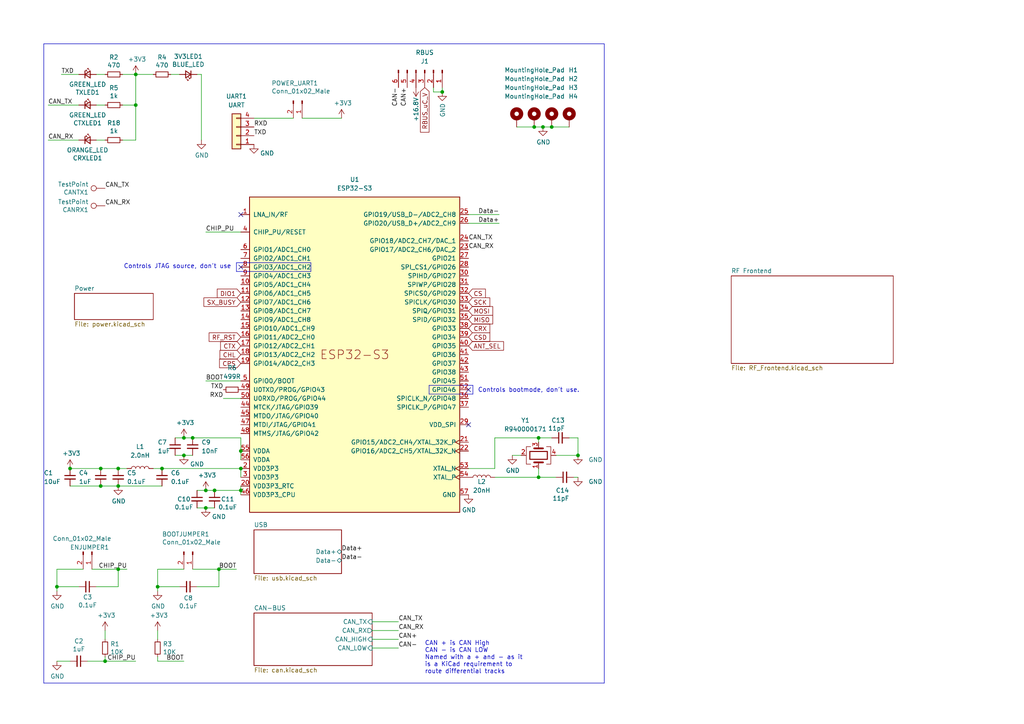
<source format=kicad_sch>
(kicad_sch (version 20231120) (generator "eeschema") (generator_version "8.0")
  (paper "A4")
  (lib_symbols
    (symbol "Connector:Conn_01x02_Male" (pin_names (offset 1.016) hide)
      (property "Reference" "J" (at 0 2.54 0))
      (property "Value" "Conn_01x02_Male" (at 0 -5.08 0))
      (symbol "Conn_01x02_Male_1_1"
        (polyline (pts (xy 1.27 -2.54) (xy 0.8636 -2.54)) (stroke (width 0.1524)))
        (polyline (pts (xy 1.27 0) (xy 0.8636 0)) (stroke (width 0.1524)))
        (rectangle (start 0.8636 -2.413) (end 0 -2.667) (stroke (width 0.1524)) (fill (type outline)))
        (rectangle (start 0.8636 0.127) (end 0 -0.127) (stroke (width 0.1524)) (fill (type outline)))
        (pin passive line (at 5.08 0 180) (length 3.81) (name "Pin_1") (number "1"))
        (pin passive line (at 5.08 -2.54 180) (length 3.81) (name "Pin_2") (number "2"))
      )
    )
    (symbol "Connector:Conn_01x06_Male" (pin_names (offset 1.016) hide)
      (property "Reference" "J" (at 0 7.62 0))
      (property "Value" "Conn_01x06_Male" (at 0 -10.16 0))
      (symbol "Conn_01x06_Male_1_1"
        (polyline (pts (xy 1.27 -7.62) (xy 0.8636 -7.62)) (stroke (width 0.1524)))
        (polyline (pts (xy 1.27 -5.08) (xy 0.8636 -5.08)) (stroke (width 0.1524)))
        (polyline (pts (xy 1.27 -2.54) (xy 0.8636 -2.54)) (stroke (width 0.1524)))
        (polyline (pts (xy 1.27 0) (xy 0.8636 0)) (stroke (width 0.1524)))
        (polyline (pts (xy 1.27 2.54) (xy 0.8636 2.54)) (stroke (width 0.1524)))
        (polyline (pts (xy 1.27 5.08) (xy 0.8636 5.08)) (stroke (width 0.1524)))
        (rectangle (start 0.8636 -7.493) (end 0 -7.747) (stroke (width 0.1524)) (fill (type outline)))
        (rectangle (start 0.8636 -4.953) (end 0 -5.207) (stroke (width 0.1524)) (fill (type outline)))
        (rectangle (start 0.8636 -2.413) (end 0 -2.667) (stroke (width 0.1524)) (fill (type outline)))
        (rectangle (start 0.8636 0.127) (end 0 -0.127) (stroke (width 0.1524)) (fill (type outline)))
        (rectangle (start 0.8636 2.667) (end 0 2.413) (stroke (width 0.1524)) (fill (type outline)))
        (rectangle (start 0.8636 5.207) (end 0 4.953) (stroke (width 0.1524)) (fill (type outline)))
        (pin passive line (at 5.08 5.08 180) (length 3.81) (name "Pin_1") (number "1"))
        (pin passive line (at 5.08 2.54 180) (length 3.81) (name "Pin_2") (number "2"))
        (pin passive line (at 5.08 0 180) (length 3.81) (name "Pin_3") (number "3"))
        (pin passive line (at 5.08 -2.54 180) (length 3.81) (name "Pin_4") (number "4"))
        (pin passive line (at 5.08 -5.08 180) (length 3.81) (name "Pin_5") (number "5"))
        (pin passive line (at 5.08 -7.62 180) (length 3.81) (name "Pin_6") (number "6"))
      )
    )
    (symbol "Connector:TestPoint" (pin_numbers hide) (pin_names (offset 0.762) hide)
      (property "Reference" "TP" (at 0 6.858 0))
      (property "Value" "TestPoint" (at 0 5.08 0))
      (symbol "TestPoint_0_1"
        (circle (center 0 3.302) (radius 0.762))
      )
      (symbol "TestPoint_1_1"
        (pin passive line (at 0 0 90) (length 2.54) (name "1") (number "1"))
      )
    )
    (symbol "Connector_Generic:Conn_01x04" (pin_names (offset 1.016) hide)
      (property "Reference" "J" (at 0 5.08 0))
      (property "Value" "Conn_01x04" (at 0 -7.62 0))
      (symbol "Conn_01x04_1_1"
        (rectangle (start -1.27 -4.953) (end 0 -5.207) (stroke (width 0.1524)))
        (rectangle (start -1.27 -2.413) (end 0 -2.667) (stroke (width 0.1524)))
        (rectangle (start -1.27 0.127) (end 0 -0.127) (stroke (width 0.1524)))
        (rectangle (start -1.27 2.667) (end 0 2.413) (stroke (width 0.1524)))
        (rectangle (start -1.27 3.81) (end 1.27 -6.35) (stroke (width 0.254)) (fill (type background)))
        (pin passive line (at -5.08 2.54 0) (length 3.81) (name "Pin_1") (number "1"))
        (pin passive line (at -5.08 0 0) (length 3.81) (name "Pin_2") (number "2"))
        (pin passive line (at -5.08 -2.54 0) (length 3.81) (name "Pin_3") (number "3"))
        (pin passive line (at -5.08 -5.08 0) (length 3.81) (name "Pin_4") (number "4"))
      )
    )
    (symbol "Device:C_Small" (pin_numbers hide) (pin_names (offset 0.254) hide)
      (property "Reference" "C" (at 0.254 1.778 0))
      (property "Value" "C_Small" (at 0.254 -2.032 0))
      (symbol "C_Small_0_1"
        (polyline (pts (xy -1.524 -0.508) (xy 1.524 -0.508)) (stroke (width 0.3302)))
        (polyline (pts (xy -1.524 0.508) (xy 1.524 0.508)) (stroke (width 0.3048)))
      )
      (symbol "C_Small_1_1"
        (pin passive line (at 0 2.54 270) (length 2.032) (name "~") (number "1"))
        (pin passive line (at 0 -2.54 90) (length 2.032) (name "~") (number "2"))
      )
    )
    (symbol "Device:Crystal_GND24" (pin_names (offset 1.016) hide)
      (property "Reference" "Y" (at 3.175 5.08 0))
      (property "Value" "Crystal_GND24" (at 3.175 3.175 0))
      (symbol "Crystal_GND24_0_1"
        (rectangle (start -1.143 2.54) (end 1.143 -2.54) (stroke (width 0.3048)))
        (polyline (pts (xy -2.54 0) (xy -2.032 0)))
        (polyline (pts (xy -2.032 -1.27) (xy -2.032 1.27)) (stroke (width 0.508)))
        (polyline (pts (xy 0 -3.81) (xy 0 -3.556)))
        (polyline (pts (xy 0 3.556) (xy 0 3.81)))
        (polyline (pts (xy 2.032 -1.27) (xy 2.032 1.27)) (stroke (width 0.508)))
        (polyline (pts (xy 2.032 0) (xy 2.54 0)))
        (polyline (pts (xy -2.54 -2.286) (xy -2.54 -3.556) (xy 2.54 -3.556) (xy 2.54 -2.286)))
        (polyline (pts (xy -2.54 2.286) (xy -2.54 3.556) (xy 2.54 3.556) (xy 2.54 2.286)))
      )
      (symbol "Crystal_GND24_1_1"
        (pin passive line (at -3.81 0 0) (length 1.27) (name "1") (number "1"))
        (pin passive line (at 0 5.08 270) (length 1.27) (name "2") (number "2"))
        (pin passive line (at 3.81 0 180) (length 1.27) (name "3") (number "3"))
        (pin passive line (at 0 -5.08 90) (length 1.27) (name "4") (number "4"))
      )
    )
    (symbol "Device:L" (pin_numbers hide) (pin_names (offset 1.016) hide)
      (property "Reference" "L" (at -1.27 0 90))
      (property "Value" "L" (at 1.905 0 90))
      (symbol "L_0_1"
        (arc (start 0 -2.54) (mid 0.6323 -1.905) (end 0 -1.27))
        (arc (start 0 -1.27) (mid 0.6323 -0.635) (end 0 0))
        (arc (start 0 0) (mid 0.6323 0.635) (end 0 1.27))
        (arc (start 0 1.27) (mid 0.6323 1.905) (end 0 2.54))
      )
      (symbol "L_1_1"
        (pin passive line (at 0 3.81 270) (length 1.27) (name "1") (number "1"))
        (pin passive line (at 0 -3.81 90) (length 1.27) (name "2") (number "2"))
      )
    )
    (symbol "Device:LED_Small" (pin_numbers hide) (pin_names (offset 0.254) hide)
      (property "Reference" "D" (at -1.27 3.175 0))
      (property "Value" "LED_Small" (at -4.445 -2.54 0))
      (symbol "LED_Small_0_1"
        (polyline (pts (xy -0.762 -1.016) (xy -0.762 1.016)) (stroke (width 0.254)))
        (polyline (pts (xy 1.016 0) (xy -0.762 0)))
        (polyline (pts (xy 0.762 -1.016) (xy -0.762 0) (xy 0.762 1.016) (xy 0.762 -1.016)) (stroke (width 0.254)))
        (polyline (pts (xy 0 0.762) (xy -0.508 1.27) (xy -0.254 1.27) (xy -0.508 1.27) (xy -0.508 1.016)))
        (polyline (pts (xy 0.508 1.27) (xy 0 1.778) (xy 0.254 1.778) (xy 0 1.778) (xy 0 1.524)))
      )
      (symbol "LED_Small_1_1"
        (pin passive line (at -2.54 0 0) (length 1.778) (name "K") (number "1"))
        (pin passive line (at 2.54 0 180) (length 1.778) (name "A") (number "2"))
      )
    )
    (symbol "Device:R_Small" (pin_numbers hide) (pin_names (offset 0.254) hide)
      (property "Reference" "R" (at 0.762 0.508 0))
      (property "Value" "R_Small" (at 0.762 -1.016 0))
      (symbol "R_Small_0_1"
        (rectangle (start -0.762 1.778) (end 0.762 -1.778) (stroke (width 0.2032)))
      )
      (symbol "R_Small_1_1"
        (pin passive line (at 0 2.54 270) (length 0.762) (name "~") (number "1"))
        (pin passive line (at 0 -2.54 90) (length 0.762) (name "~") (number "2"))
      )
    )
    (symbol "Espressif:ESP32-S3" (pin_names (offset 1.016))
      (property "Reference" "U" (at 0 48.26 0))
      (property "Value" "ESP32-S3" (at 0 -48.26 0))
      (symbol "ESP32-S3_0_0"
        (text "ESP32-S3" (at 0 0 0) (effects (font (size 2.54 2.54))))
        (pin bidirectional line (at 33.02 -12.7 180) (length 2.54) (name "SPICLK_N/GPIO48") (number "36"))
        (pin bidirectional line (at 33.02 -15.24 180) (length 2.54) (name "SPICLK_P/GPIO47") (number "37"))
      )
      (symbol "ESP32-S3_0_1"
        (rectangle (start -30.48 45.72) (end 30.48 -45.72) (stroke (width 0.254)) (fill (type background)))
      )
      (symbol "ESP32-S3_1_1"
        (pin bidirectional line (at -33.02 40.64 0) (length 2.54) (name "LNA_IN/RF") (number "1"))
        (pin bidirectional line (at -33.02 20.32 0) (length 2.54) (name "GPIO5/ADC1_CH4") (number "10"))
        (pin bidirectional line (at -33.02 17.78 0) (length 2.54) (name "GPIO6/ADC1_CH5") (number "11"))
        (pin bidirectional line (at -33.02 15.24 0) (length 2.54) (name "GPIO7/ADC1_CH6") (number "12"))
        (pin bidirectional line (at -33.02 12.7 0) (length 2.54) (name "GPIO8/ADC1_CH7") (number "13"))
        (pin bidirectional line (at -33.02 10.16 0) (length 2.54) (name "GPIO9/ADC1_CH8") (number "14"))
        (pin bidirectional line (at -33.02 7.62 0) (length 2.54) (name "GPIO10/ADC1_CH9") (number "15"))
        (pin bidirectional line (at -33.02 5.08 0) (length 2.54) (name "GPIO11/ADC2_CH0") (number "16"))
        (pin bidirectional line (at -33.02 2.54 0) (length 2.54) (name "GPIO12/ADC2_CH1") (number "17"))
        (pin bidirectional line (at -33.02 0 0) (length 2.54) (name "GPIO13/ADC2_CH2") (number "18"))
        (pin bidirectional line (at -33.02 -2.54 0) (length 2.54) (name "GPIO14/ADC2_CH3") (number "19"))
        (pin power_in line (at -33.02 -33.02 0) (length 2.54) (name "VDD3P3") (number "2"))
        (pin power_in line (at -33.02 -38.1 0) (length 2.54) (name "VDD3P3_RTC") (number "20"))
        (pin input clock (at 33.02 -25.4 180) (length 2.54) (name "GPIO15/ADC2_CH4/XTAL_32K_P") (number "21"))
        (pin output clock (at 33.02 -27.94 180) (length 2.54) (name "GPIO16/ADC2_CH5/XTAL_32K_N") (number "22"))
        (pin bidirectional line (at 33.02 30.48 180) (length 2.54) (name "GPIO17/ADC2_CH6/DAC_2") (number "23"))
        (pin bidirectional line (at 33.02 33.02 180) (length 2.54) (name "GPIO18/ADC2_CH7/DAC_1") (number "24"))
        (pin bidirectional line (at 33.02 40.64 180) (length 2.54) (name "GPIO19/USB_D-/ADC2_CH8") (number "25"))
        (pin bidirectional line (at 33.02 38.1 180) (length 2.54) (name "GPIO20/USB_D+/ADC2_CH9") (number "26"))
        (pin bidirectional line (at 33.02 27.94 180) (length 2.54) (name "GPIO21") (number "27"))
        (pin bidirectional line (at 33.02 25.4 180) (length 2.54) (name "SPI_CS1/GPIO26") (number "28"))
        (pin power_out line (at 33.02 -20.32 180) (length 2.54) (name "VDD_SPI") (number "29"))
        (pin power_in line (at -33.02 -35.56 0) (length 2.54) (name "VDD3P3") (number "3"))
        (pin bidirectional line (at 33.02 22.86 180) (length 2.54) (name "SPIHD/GPIO27") (number "30"))
        (pin bidirectional line (at 33.02 20.32 180) (length 2.54) (name "SPIWP/GPIO28") (number "31"))
        (pin bidirectional line (at 33.02 17.78 180) (length 2.54) (name "SPICS0/GPIO29") (number "32"))
        (pin bidirectional line (at 33.02 15.24 180) (length 2.54) (name "SPICLK/GPIO30") (number "33"))
        (pin bidirectional line (at 33.02 12.7 180) (length 2.54) (name "SPIQ/GPIO31") (number "34"))
        (pin bidirectional line (at 33.02 10.16 180) (length 2.54) (name "SPID/GPIO32") (number "35"))
        (pin bidirectional line (at 33.02 7.62 180) (length 2.54) (name "GPIO33") (number "38"))
        (pin bidirectional line (at 33.02 5.08 180) (length 2.54) (name "GPIO34") (number "39"))
        (pin input line (at -33.02 35.56 0) (length 2.54) (name "CHIP_PU/RESET") (number "4"))
        (pin bidirectional line (at 33.02 2.54 180) (length 2.54) (name "GPIO35") (number "40"))
        (pin bidirectional line (at 33.02 0 180) (length 2.54) (name "GPIO36") (number "41"))
        (pin bidirectional line (at 33.02 -2.54 180) (length 2.54) (name "GPIO37") (number "42"))
        (pin bidirectional line (at 33.02 -5.08 180) (length 2.54) (name "GPIO38") (number "43"))
        (pin bidirectional line (at -33.02 -15.24 0) (length 2.54) (name "MTCK/JTAG/GPIO39") (number "44"))
        (pin bidirectional line (at -33.02 -17.78 0) (length 2.54) (name "MTDO/JTAG/GPIO40") (number "45"))
        (pin power_in line (at -33.02 -40.64 0) (length 2.54) (name "VDD3P3_CPU") (number "46"))
        (pin bidirectional line (at -33.02 -20.32 0) (length 2.54) (name "MTDI/JTAG/GPIO41") (number "47"))
        (pin bidirectional line (at -33.02 -22.86 0) (length 2.54) (name "MTMS/JTAG/GPIO42") (number "48"))
        (pin bidirectional line (at -33.02 -10.16 0) (length 2.54) (name "U0TXD/PROG/GPIO43") (number "49"))
        (pin bidirectional line (at -33.02 -7.62 0) (length 2.54) (name "GPIO0/BOOT") (number "5"))
        (pin bidirectional line (at -33.02 -12.7 0) (length 2.54) (name "U0RXD/PROG/GPIO44") (number "50"))
        (pin bidirectional line (at 33.02 -7.62 180) (length 2.54) (name "GPIO45") (number "51"))
        (pin bidirectional line (at 33.02 -10.16 180) (length 2.54) (name "GPIO46") (number "52"))
        (pin input clock (at 33.02 -33.02 180) (length 2.54) (name "XTAL_N") (number "53"))
        (pin output clock (at 33.02 -35.56 180) (length 2.54) (name "XTAL_P") (number "54"))
        (pin power_in line (at -33.02 -27.94 0) (length 2.54) (name "VDDA") (number "55"))
        (pin power_in line (at -33.02 -30.48 0) (length 2.54) (name "VDDA") (number "56"))
        (pin power_in line (at 33.02 -40.64 180) (length 2.54) (name "GND") (number "57"))
        (pin bidirectional line (at -33.02 30.48 0) (length 2.54) (name "GPIO1/ADC1_CH0") (number "6"))
        (pin bidirectional line (at -33.02 27.94 0) (length 2.54) (name "GPIO2/ADC1_CH1") (number "7"))
        (pin bidirectional line (at -33.02 25.4 0) (length 2.54) (name "GPIO3/ADC1_CH2") (number "8"))
        (pin bidirectional line (at -33.02 22.86 0) (length 2.54) (name "GPIO4/ADC1_CH3") (number "9"))
      )
    )
    (symbol "Mechanical:MountingHole_Pad" (pin_numbers hide) (pin_names (offset 1.016) hide)
      (property "Reference" "H" (at 0 6.35 0))
      (property "Value" "MountingHole_Pad" (at 0 4.445 0))
      (symbol "MountingHole_Pad_0_1"
        (circle (center 0 1.27) (radius 1.27) (stroke (width 1.27)))
      )
      (symbol "MountingHole_Pad_1_1"
        (pin input line (at 0 -2.54 90) (length 2.54) (name "1") (number "1"))
      )
    )
    (symbol "power:+12V" (power) (pin_names (offset 0))
      (property "Value" "+12V" (at 0 3.556 0))
      (symbol "+12V_0_1"
        (polyline (pts (xy -0.762 1.27) (xy 0 2.54)))
        (polyline (pts (xy 0 0) (xy 0 2.54)))
        (polyline (pts (xy 0 2.54) (xy 0.762 1.27)))
      )
      (symbol "+12V_1_1"
        (pin power_in line (at 0 0 90) (length 0) hide (name "+12V") (number "1"))
      )
    )
    (symbol "power:+3.3V" (power) (pin_names (offset 0))
      (property "Value" "+3.3V" (at 0 3.556 0))
      (symbol "+3.3V_0_1"
        (polyline (pts (xy -0.762 1.27) (xy 0 2.54)))
        (polyline (pts (xy 0 0) (xy 0 2.54)))
        (polyline (pts (xy 0 2.54) (xy 0.762 1.27)))
      )
      (symbol "+3.3V_1_1"
        (pin power_in line (at 0 0 90) (length 0) hide (name "+3V3") (number "1"))
      )
    )
    (symbol "power:GND" (power) (pin_names (offset 0))
      (property "Value" "GND" (at 0 -3.81 0))
      (symbol "GND_0_1"
        (polyline (pts (xy 0 0) (xy 0 -1.27) (xy 1.27 -1.27) (xy 0 -2.54) (xy -1.27 -1.27) (xy 0 -1.27)))
      )
      (symbol "GND_1_1"
        (pin power_in line (at 0 0 270) (length 0) hide (name "GND") (number "1"))
      )
    )
  )
  (junction (at 39.37 21.59))
  (junction (at 59.69 142.24))
  (junction (at 53.34 127))
  (junction (at 39.37 30.48))
  (junction (at 30.48 191.77))
  (junction (at 69.85 142.24))
  (junction (at 55.88 127))
  (junction (at 63.5 165.1))
  (junction (at 59.69 147.32))
  (junction (at 62.23 142.24))
  (junction (at 34.29 135.89))
  (junction (at 20.32 135.89))
  (junction (at 45.72 170.18))
  (junction (at 29.21 135.89))
  (junction (at 34.29 140.97))
  (junction (at 156.21 127))
  (junction (at 160.02 36.83))
  (junction (at 53.34 132.08))
  (junction (at 156.21 138.43))
  (junction (at 69.85 130.81))
  (junction (at 29.21 140.97))
  (junction (at 16.51 170.18))
  (junction (at 157.48 36.83))
  (junction (at 154.94 36.83))
  (junction (at 167.64 132.08))
  (junction (at 46.99 135.89))
  (junction (at 128.27 26.67))
  (junction (at 34.29 165.1))
  (junction (at 69.85 135.89))
  (no_connect (at 69.85 77.47))
  (no_connect (at 69.85 62.23))
  (no_connect (at 135.89 113.03))
  (no_connect (at 135.89 123.19))
  (wire (pts (xy 30.48 191.77) (xy 30.48 190.5)))
  (wire (pts (xy 135.89 62.23) (xy 144.78 62.23)))
  (wire (pts (xy 69.85 135.89) (xy 69.85 138.43)))
  (polyline (pts (xy 90.17 78.74) (xy 68.58 78.74)))
  (wire (pts (xy 63.5 170.18) (xy 63.5 165.1)))
  (polyline (pts (xy 68.58 76.2) (xy 68.58 78.74)))
  (wire (pts (xy 16.51 191.77) (xy 20.32 191.77)))
  (wire (pts (xy 107.95 180.34) (xy 115.57 180.34)))
  (wire (pts (xy 128.27 25.4) (xy 128.27 26.67)))
  (wire (pts (xy 160.02 127) (xy 156.21 127)))
  (wire (pts (xy 35.56 30.48) (xy 39.37 30.48)))
  (wire (pts (xy 45.72 165.1) (xy 53.34 165.1)))
  (wire (pts (xy 125.73 26.67) (xy 128.27 26.67)))
  (wire (pts (xy 58.42 21.59) (xy 57.15 21.59)))
  (wire (pts (xy 29.21 135.89) (xy 34.29 135.89)))
  (wire (pts (xy 143.51 138.43) (xy 156.21 138.43)))
  (wire (pts (xy 59.69 110.49) (xy 69.85 110.49)))
  (polyline (pts (xy 12.7 12.7) (xy 12.7 198.12)))
  (wire (pts (xy 154.94 36.83) (xy 149.86 36.83)))
  (wire (pts (xy 16.51 170.18) (xy 16.51 171.45)))
  (wire (pts (xy 57.15 170.18) (xy 63.5 170.18)))
  (polyline (pts (xy 137.16 111.76) (xy 137.16 114.3)))
  (wire (pts (xy 68.58 165.1) (xy 63.5 165.1)))
  (wire (pts (xy 27.94 21.59) (xy 30.48 21.59)))
  (wire (pts (xy 16.51 165.1) (xy 16.51 170.18)))
  (wire (pts (xy 161.29 132.08) (xy 167.64 132.08)))
  (wire (pts (xy 30.48 182.88) (xy 30.48 185.42)))
  (wire (pts (xy 57.15 147.32) (xy 59.69 147.32)))
  (polyline (pts (xy 68.58 76.2) (xy 90.17 76.2)))
  (wire (pts (xy 34.29 135.89) (xy 36.83 135.89)))
  (wire (pts (xy 69.85 142.24) (xy 69.85 143.51)))
  (wire (pts (xy 62.23 142.24) (xy 69.85 142.24)))
  (wire (pts (xy 53.34 132.08) (xy 55.88 132.08)))
  (wire (pts (xy 143.51 135.89) (xy 143.51 127)))
  (wire (pts (xy 85.09 34.29) (xy 73.66 34.29)))
  (wire (pts (xy 156.21 127) (xy 156.21 128.27)))
  (wire (pts (xy 34.29 165.1) (xy 36.83 165.1)))
  (wire (pts (xy 50.8 132.08) (xy 53.34 132.08)))
  (polyline (pts (xy 124.46 111.76) (xy 124.46 114.3)))
  (wire (pts (xy 35.56 40.64) (xy 39.37 40.64)))
  (polyline (pts (xy 12.7 12.7) (xy 175.26 12.7)))
  (wire (pts (xy 39.37 30.48) (xy 39.37 40.64)))
  (wire (pts (xy 44.45 135.89) (xy 46.99 135.89)))
  (wire (pts (xy 69.85 130.81) (xy 69.85 133.35)))
  (wire (pts (xy 39.37 30.48) (xy 39.37 21.59)))
  (wire (pts (xy 22.86 170.18) (xy 16.51 170.18)))
  (wire (pts (xy 27.94 40.64) (xy 30.48 40.64)))
  (wire (pts (xy 50.8 127) (xy 53.34 127)))
  (wire (pts (xy 17.78 21.59) (xy 22.86 21.59)))
  (wire (pts (xy 64.77 115.57) (xy 69.85 115.57)))
  (wire (pts (xy 13.97 30.48) (xy 22.86 30.48)))
  (wire (pts (xy 52.07 170.18) (xy 45.72 170.18)))
  (wire (pts (xy 165.1 36.83) (xy 160.02 36.83)))
  (wire (pts (xy 29.21 140.97) (xy 34.29 140.97)))
  (wire (pts (xy 35.56 21.59) (xy 39.37 21.59)))
  (wire (pts (xy 55.88 127) (xy 69.85 127)))
  (wire (pts (xy 107.95 187.96) (xy 115.57 187.96)))
  (wire (pts (xy 107.95 182.88) (xy 115.57 182.88)))
  (wire (pts (xy 69.85 127) (xy 69.85 130.81)))
  (polyline (pts (xy 137.16 114.3) (xy 124.46 114.3)))
  (wire (pts (xy 55.88 165.1) (xy 63.5 165.1)))
  (wire (pts (xy 125.73 25.4) (xy 125.73 26.67)))
  (wire (pts (xy 25.4 191.77) (xy 30.48 191.77)))
  (wire (pts (xy 160.02 36.83) (xy 157.48 36.83)))
  (wire (pts (xy 135.89 135.89) (xy 143.51 135.89)))
  (wire (pts (xy 45.72 170.18) (xy 45.72 171.45)))
  (wire (pts (xy 45.72 191.77) (xy 45.72 190.5)))
  (wire (pts (xy 49.53 21.59) (xy 52.07 21.59)))
  (wire (pts (xy 148.59 132.08) (xy 151.13 132.08)))
  (wire (pts (xy 58.42 21.59) (xy 58.42 40.64)))
  (wire (pts (xy 161.29 138.43) (xy 156.21 138.43)))
  (wire (pts (xy 59.69 67.31) (xy 69.85 67.31)))
  (wire (pts (xy 53.34 191.77) (xy 45.72 191.77)))
  (wire (pts (xy 156.21 135.89) (xy 156.21 138.43)))
  (wire (pts (xy 34.29 170.18) (xy 34.29 165.1)))
  (polyline (pts (xy 90.17 76.2) (xy 90.17 78.74)))
  (wire (pts (xy 143.51 127) (xy 156.21 127)))
  (wire (pts (xy 167.64 138.43) (xy 166.37 138.43)))
  (wire (pts (xy 20.32 135.89) (xy 29.21 135.89)))
  (wire (pts (xy 167.64 127) (xy 167.64 132.08)))
  (wire (pts (xy 13.97 40.64) (xy 22.86 40.64)))
  (wire (pts (xy 39.37 21.59) (xy 44.45 21.59)))
  (polyline (pts (xy 124.46 111.76) (xy 137.16 111.76)))
  (wire (pts (xy 59.69 147.32) (xy 62.23 147.32)))
  (wire (pts (xy 30.48 191.77) (xy 39.37 191.77)))
  (wire (pts (xy 157.48 36.83) (xy 154.94 36.83)))
  (wire (pts (xy 107.95 185.42) (xy 115.57 185.42)))
  (wire (pts (xy 53.34 127) (xy 55.88 127)))
  (wire (pts (xy 46.99 135.89) (xy 69.85 135.89)))
  (polyline (pts (xy 175.26 12.7) (xy 175.26 198.12)))
  (wire (pts (xy 99.06 34.29) (xy 87.63 34.29)))
  (wire (pts (xy 27.94 30.48) (xy 30.48 30.48)))
  (wire (pts (xy 34.29 140.97) (xy 46.99 140.97)))
  (wire (pts (xy 135.89 64.77) (xy 144.78 64.77)))
  (wire (pts (xy 27.94 170.18) (xy 34.29 170.18)))
  (wire (pts (xy 45.72 165.1) (xy 45.72 170.18)))
  (wire (pts (xy 59.69 142.24) (xy 62.23 142.24)))
  (wire (pts (xy 57.15 142.24) (xy 59.69 142.24)))
  (wire (pts (xy 20.32 140.97) (xy 29.21 140.97)))
  (wire (pts (xy 69.85 142.24) (xy 69.85 140.97)))
  (wire (pts (xy 167.64 127) (xy 165.1 127)))
  (wire (pts (xy 26.67 165.1) (xy 34.29 165.1)))
  (wire (pts (xy 45.72 182.88) (xy 45.72 185.42)))
  (wire (pts (xy 16.51 165.1) (xy 24.13 165.1)))
  (polyline (pts (xy 175.26 198.12) (xy 12.7 198.12)))
  (text "Controls bootmode, don't use.\n" (at 138.5894 113.9757 0) (effects (font (size 1.27 1.27)) (justify left bottom)))
  (text "CAN + is CAN High\nCAN - is CAN LOW\nNamed with a + and - as it\nis a KiCad requirement to\nroute differential tracks\n" (at 123.19 195.58 0) (effects (font (size 1.27 1.27)) (justify left bottom)))
  (text "Controls JTAG source, don't use\n" (at 67.0857 78.0878 0) (effects (font (size 1.27 1.27)) (justify right bottom)))
  (label "CAN_TX" (at 30.48 54.61 0))
  (label "CHIP_PU" (at 36.83 165.1 180))
  (label "RXD" (at 73.66 36.83 0))
  (label "CAN+" (at 115.57 185.42 0))
  (label "Data+" (at 99.06 160.02 0) (property "Netclass" "USB" (effects (hide yes))))
  (label "TXD" (at 73.66 39.37 0))
  (label "Data-" (at 99.06 162.56 0) (property "Netclass" "USB" (effects (hide yes))))
  (label "BOOT" (at 53.34 191.77 180))
  (label "CAN_RX" (at 13.97 40.64 0))
  (label "CAN-" (at 115.57 25.4 270))
  (label "CAN+" (at 118.11 25.4 270))
  (label "CAN_TX" (at 115.57 180.34 0))
  (label "BOOT" (at 68.58 165.1 180))
  (label "RXD" (at 64.77 115.57 180))
  (label "BOOT" (at 59.69 110.49 0))
  (label "TXD" (at 64.77 113.03 180))
  (label "CAN_TX" (at 13.97 30.48 0))
  (label "CHIP_PU" (at 59.69 67.31 0))
  (label "CAN_RX" (at 135.89 72.39 0))
  (label "CAN_RX" (at 30.48 59.69 0))
  (label "CAN_RX" (at 115.57 182.88 0))
  (label "Data+" (at 144.78 64.77 180))
  (label "Data-" (at 144.78 62.23 180))
  (label "CAN-" (at 115.57 187.96 0))
  (label "TXD" (at 17.78 21.59 0))
  (label "CHIP_PU" (at 39.37 191.77 180))
  (label "CAN_TX" (at 135.89 69.85 0))
  (global_label "SCK" (shape input) (at 135.89 87.63 0) (property "Intersheetrefs" "${INTERSHEET_REFS}" (effects (hide yes))))
  (global_label "CTX" (shape input) (at 69.85 100.33 180) (property "Intersheetrefs" "${INTERSHEET_REFS}" (effects (hide yes))))
  (global_label "SX_BUSY" (shape input) (at 69.85 87.63 180) (property "Intersheetrefs" "${INTERSHEET_REFS}" (effects (hide yes))))
  (global_label "RF_RST" (shape input) (at 69.85 97.79 180) (property "Intersheetrefs" "${INTERSHEET_REFS}" (effects (hide yes))))
  (global_label "DIO1" (shape input) (at 69.85 85.09 180) (property "Intersheetrefs" "${INTERSHEET_REFS}" (effects (hide yes))))
  (global_label "ANT_SEL" (shape input) (at 135.89 100.33 0) (property "Intersheetrefs" "${INTERSHEET_REFS}" (effects (hide yes))))
  (global_label "CPS" (shape input) (at 69.85 105.41 180) (property "Intersheetrefs" "${INTERSHEET_REFS}" (effects (hide yes))))
  (global_label "MOSI" (shape input) (at 135.89 90.17 0) (property "Intersheetrefs" "${INTERSHEET_REFS}" (effects (hide yes))))
  (global_label "CHL" (shape input) (at 69.85 102.87 180) (property "Intersheetrefs" "${INTERSHEET_REFS}" (effects (hide yes))))
  (global_label "CRX" (shape input) (at 135.89 95.25 0) (property "Intersheetrefs" "${INTERSHEET_REFS}" (effects (hide yes))))
  (global_label "MISO" (shape input) (at 135.89 92.71 0) (property "Intersheetrefs" "${INTERSHEET_REFS}" (effects (hide yes))))
  (global_label "CS" (shape input) (at 135.89 85.09 0) (property "Intersheetrefs" "${INTERSHEET_REFS}" (effects (hide yes))))
  (global_label "RBUS_uC_V" (shape input) (at 123.19 25.4 270) (property "Intersheetrefs" "${INTERSHEET_REFS}" (effects (hide yes))))
  (global_label "CSD" (shape input) (at 135.89 97.79 0) (property "Intersheetrefs" "${INTERSHEET_REFS}" (effects (hide yes))))
  (symbol (lib_id "power:+3.3V") (at 30.48 182.88 0) (unit 1)
    (property "Reference" "#PWR04" (effects (hide yes)))
    (property "Value" "+3V3" (at 30.861 178.4858 0))
  )
  (symbol (lib_id "Device:R_Small") (at 30.48 187.96 0) (unit 1)
    (property "Reference" "R1" (at 31.9786 186.7916 0) (effects (justify left)))
    (property "Value" "10K" (at 31.9786 189.103 0) (effects (justify left)))
    (property "Footprint" "Resistor_SMD:R_0402_1005Metric" (effects (hide yes)))
  )
  (symbol (lib_id "Device:C_Small") (at 22.86 191.77 270) (unit 1)
    (property "Reference" "C2" (at 22.86 185.9534 90))
    (property "Value" "1uF" (at 22.86 188.2648 90))
    (property "Footprint" "Capacitor_SMD:C_0402_1005Metric" (effects (hide yes)))
  )
  (symbol (lib_id "power:GND") (at 16.51 191.77 0) (unit 1)
    (property "Reference" "#PWR02" (effects (hide yes)))
    (property "Value" "GND" (at 16.637 196.1642 0))
  )
  (symbol (lib_id "power:+3.3V") (at 45.72 182.88 0) (unit 1)
    (property "Reference" "#PWR08" (effects (hide yes)))
    (property "Value" "+3V3" (at 46.101 178.4858 0))
  )
  (symbol (lib_id "Device:R_Small") (at 45.72 187.96 0) (unit 1)
    (property "Reference" "R3" (at 47.2186 186.7916 0) (effects (justify left)))
    (property "Value" "10K" (at 47.2186 189.103 0) (effects (justify left)))
    (property "Footprint" "Resistor_SMD:R_0402_1005Metric" (effects (hide yes)))
  )
  (symbol (lib_id "power:GND") (at 45.72 171.45 0) (unit 1)
    (property "Reference" "#PWR07" (effects (hide yes)))
    (property "Value" "GND" (at 45.847 175.8442 0))
  )
  (symbol (lib_id "Device:C_Small") (at 54.61 170.18 270) (unit 1)
    (property "Reference" "C8" (at 54.61 173.4566 90))
    (property "Value" "0.1uF" (at 54.61 175.768 90))
    (property "Footprint" "Capacitor_SMD:C_0402_1005Metric" (effects (hide yes)))
  )
  (symbol (lib_id "power:GND") (at 16.51 171.45 0) (unit 1)
    (property "Reference" "#PWR01" (effects (hide yes)))
    (property "Value" "GND" (at 16.637 175.8442 0))
  )
  (symbol (lib_id "Device:C_Small") (at 25.4 170.18 270) (unit 1)
    (property "Reference" "C3" (at 25.4 173.2026 90))
    (property "Value" "0.1uF" (at 25.4 175.514 90))
    (property "Footprint" "Capacitor_SMD:C_0402_1005Metric" (effects (hide yes)))
  )
  (symbol (lib_id "Device:LED_Small") (at 25.4 21.59 0) (unit 1)
    (property "Reference" "TXLED1" (at 25.4 26.797 0))
    (property "Value" "GREEN_LED" (at 25.4 24.4856 0))
    (property "Footprint" "Resistor_SMD:R_0402_1005Metric" (effects (hide yes)))
  )
  (symbol (lib_id "Device:R_Small") (at 33.02 21.59 270) (unit 1)
    (property "Reference" "R2" (at 33.02 16.6116 90))
    (property "Value" "470" (at 33.02 18.923 90))
    (property "Footprint" "Resistor_SMD:R_0402_1005Metric" (effects (hide yes)))
  )
  (symbol (lib_id "power:GND") (at 58.42 40.64 0) (unit 1)
    (property "Reference" "#PWR012" (effects (hide yes)))
    (property "Value" "GND" (at 58.547 45.0342 0))
  )
  (symbol (lib_id "power:+3.3V") (at 39.37 21.59 0) (unit 1)
    (property "Reference" "#PWR06" (effects (hide yes)))
    (property "Value" "+3V3" (at 39.751 17.1958 0))
  )
  (symbol (lib_id "Device:LED_Small") (at 54.61 21.59 180) (unit 1)
    (property "Reference" "3V3LED1" (at 54.61 16.383 0))
    (property "Value" "BLUE_LED" (at 54.61 18.6944 0))
    (property "Footprint" "Resistor_SMD:R_0402_1005Metric" (effects (hide yes)))
  )
  (symbol (lib_id "Device:R_Small") (at 46.99 21.59 270) (unit 1)
    (property "Reference" "R4" (at 46.99 16.6116 90))
    (property "Value" "470" (at 46.99 18.923 90))
    (property "Footprint" "Resistor_SMD:R_0402_1005Metric" (effects (hide yes)))
  )
  (symbol (lib_id "Connector:Conn_01x02_Male") (at 26.67 160.02 270) (unit 1)
    (property "Reference" "ENJUMPER1" (at 20.32 158.75 90) (effects (justify left)))
    (property "Value" "Conn_01x02_Male" (at 15.24 156.21 90) (effects (justify left)))
    (property "Footprint" "Connector_PinHeader_2.54mm:PinHeader_1x02_P2.54mm_Vertical" (effects (hide yes)))
  )
  (symbol (lib_id "Connector:Conn_01x02_Male") (at 55.88 160.02 270) (unit 1)
    (property "Reference" "BOOTJUMPER1" (at 46.99 154.94 90) (effects (justify left)))
    (property "Value" "Conn_01x02_Male" (at 46.99 157.2514 90) (effects (justify left)))
    (property "Footprint" "Connector_PinHeader_2.54mm:PinHeader_1x02_P2.54mm_Vertical" (effects (hide yes)))
  )
  (symbol (lib_id "power:GND") (at 128.27 26.67 0) (unit 1)
    (property "Reference" "#PWR018" (effects (hide yes)))
    (property "Value" "GND" (at 128.397 29.9212 90) (effects (justify right)))
  )
  (symbol (lib_id "Connector:Conn_01x06_Male") (at 123.19 20.32 270) (unit 1)
    (property "Reference" "J1" (at 123.19 17.78 90))
    (property "Value" "RBUS" (at 123.19 15.24 90))
    (property "Footprint" "Connector_Molex:Molex_Mini-Fit_Jr_5566-06A_2x03_P4.20mm_Vertical" (effects (hide yes)))
  )
  (symbol (lib_id "Device:LED_Small") (at 25.4 30.48 0) (unit 1)
    (property "Reference" "CTXLED1" (at 25.4 35.687 0))
    (property "Value" "GREEN_LED" (at 25.4 33.3756 0))
    (property "Footprint" "Resistor_SMD:R_0402_1005Metric" (effects (hide yes)))
  )
  (symbol (lib_id "Connector:TestPoint") (at 30.48 54.61 90) (unit 1)
    (property "Reference" "CANTX1" (at 25.7048 55.7784 90) (effects (justify left)))
    (property "Value" "TestPoint" (at 25.7048 53.467 90) (effects (justify left)))
    (property "Footprint" "TestPoint:TestPoint_Pad_D1.0mm" (effects (hide yes)))
  )
  (symbol (lib_id "power:GND") (at 167.64 132.08 0) (unit 1)
    (property "Reference" "#PWR021" (effects (hide yes)))
    (property "Value" "GND" (at 172.72 133.35 0))
  )
  (symbol (lib_id "power:GND") (at 34.29 140.97 0) (unit 1)
    (property "Reference" "#PWR05" (effects (hide yes)))
    (property "Value" "GND" (at 34.417 145.3642 0))
  )
  (symbol (lib_id "Device:C_Small") (at 55.88 129.54 0) (unit 1)
    (property "Reference" "C9" (at 58.42 128.2762 0) (effects (justify left)))
    (property "Value" "10nF" (at 58.42 130.8162 0) (effects (justify left)))
    (property "Footprint" "Capacitor_SMD:C_0402_1005Metric" (effects (hide yes)))
  )
  (symbol (lib_id "power:+3.3V") (at 53.34 127 0) (unit 1)
    (property "Reference" "#PWR010" (effects (hide yes)))
    (property "Value" "+3V3" (at 53.721 122.6058 0))
  )
  (symbol (lib_id "Mechanical:MountingHole_Pad") (at 154.94 34.29 0) (unit 1)
    (property "Reference" "H2" (at 167.64 22.86 0) (effects (justify right)))
    (property "Value" "MountingHole_Pad" (at 163.83 25.4 0) (effects (justify right)))
    (property "Footprint" "MountingHole:MountingHole_3.2mm_M3_DIN965_Pad" (effects (hide yes)))
  )
  (symbol (lib_id "Device:C_Small") (at 50.8 129.54 0) (unit 1)
    (property "Reference" "C7" (at 45.72 128.27 0) (effects (justify left)))
    (property "Value" "1uF" (at 45.72 130.81 0) (effects (justify left)))
    (property "Footprint" "Capacitor_SMD:C_0402_1005Metric" (effects (hide yes)))
  )
  (symbol (lib_id "Mechanical:MountingHole_Pad") (at 165.1 34.29 0) (unit 1)
    (property "Reference" "H4" (at 167.64 27.94 0) (effects (justify right)))
    (property "Value" "MountingHole_Pad" (at 163.83 20.32 0) (effects (justify right)))
    (property "Footprint" "MountingHole:MountingHole_3.2mm_M3_DIN965_Pad" (effects (hide yes)))
  )
  (symbol (lib_id "power:GND") (at 59.69 147.32 0) (unit 1)
    (property "Reference" "#PWR014" (effects (hide yes)))
    (property "Value" "GND" (at 63.5 149.86 0))
  )
  (symbol (lib_id "power:+12V") (at 120.65 25.4 180) (unit 1)
    (property "Reference" "#PWR017" (effects (hide yes)))
    (property "Value" "+16.8V" (at 120.65 31.75 90))
  )
  (symbol (lib_id "Device:R_Small") (at 33.02 40.64 270) (unit 1)
    (property "Reference" "R18" (at 33.02 35.6616 90))
    (property "Value" "1k" (at 33.02 37.973 90))
    (property "Footprint" "Resistor_SMD:R_0402_1005Metric" (effects (hide yes)))
  )
  (symbol (lib_id "Device:LED_Small") (at 25.4 40.64 0) (unit 1)
    (property "Reference" "CRXLED1" (at 25.4 45.847 0))
    (property "Value" "ORANGE_LED" (at 25.4 43.5356 0))
    (property "Footprint" "Resistor_SMD:R_0402_1005Metric" (effects (hide yes)))
  )
  (symbol (lib_id "Device:C_Small") (at 20.32 138.43 0) (unit 1)
    (property "Reference" "C1" (at 12.7 137.16 0) (effects (justify left)))
    (property "Value" "10uF" (at 12.7 139.7 0) (effects (justify left)))
    (property "Footprint" "Capacitor_SMD:C_0402_1005Metric" (effects (hide yes)))
  )
  (symbol (lib_id "Device:C_Small") (at 57.15 144.78 0) (unit 1)
    (property "Reference" "C10" (at 53.34 144.78 0))
    (property "Value" "0.1uF" (at 53.34 147.0914 0))
    (property "Footprint" "Capacitor_SMD:C_0402_1005Metric" (effects (hide yes)))
  )
  (symbol (lib_id "Device:C_Small") (at 163.83 138.43 90) (unit 1)
    (property "Reference" "C14" (at 165.1 142.24 90) (effects (justify left)))
    (property "Value" "11pF" (at 165.1 144.5514 90) (effects (justify left)))
    (property "Footprint" "Capacitor_SMD:C_0402_1005Metric" (effects (hide yes)))
  )
  (symbol (lib_id "power:GND") (at 167.64 138.43 0) (unit 1)
    (property "Reference" "#PWR022" (effects (hide yes)))
    (property "Value" "GND" (at 172.72 139.7 0))
  )
  (symbol (lib_id "Device:C_Small") (at 34.29 138.43 0) (unit 1)
    (property "Reference" "C5" (at 36.83 137.1662 0) (effects (justify left)))
    (property "Value" "0.1uF" (at 36.83 139.7062 0) (effects (justify left)))
    (property "Footprint" "Capacitor_SMD:C_0402_1005Metric" (effects (hide yes)))
  )
  (symbol (lib_id "power:+3.3V") (at 99.06 34.29 0) (unit 1)
    (property "Reference" "#PWR052" (effects (hide yes)))
    (property "Value" "+3V3" (at 99.441 29.8958 0))
  )
  (symbol (lib_id "power:GND") (at 53.34 132.08 0) (unit 1)
    (property "Reference" "#PWR011" (effects (hide yes)))
    (property "Value" "GND" (at 57.15 134.62 0))
  )
  (symbol (lib_id "Connector_Generic:Conn_01x04") (at 68.58 39.37 180) (unit 1)
    (property "Reference" "UART1" (at 68.58 27.94 0))
    (property "Value" "UART" (at 68.58 30.48 0))
    (property "Footprint" "Connector_Molex:Molex_Nano-Fit_105309-xx04_1x04_P2.50mm_Vertical" (effects (hide yes)))
    (property "Description" "Generic connector, single row, 01x04, script generated (kicad-library-utils/schlib/autogen/connector/)" (effects (hide yes)))
  )
  (symbol (lib_id "Mechanical:MountingHole_Pad") (at 149.86 34.29 0) (unit 1)
    (property "Reference" "H1" (at 167.64 20.32 0) (effects (justify right)))
    (property "Value" "MountingHole_Pad" (at 163.83 27.94 0) (effects (justify right)))
    (property "Footprint" "MountingHole:MountingHole_3.2mm_M3_DIN965_Pad" (effects (hide yes)))
  )
  (symbol (lib_id "Device:R_Small") (at 33.02 30.48 270) (unit 1)
    (property "Reference" "R5" (at 33.02 25.5016 90))
    (property "Value" "1k" (at 33.02 27.813 90))
    (property "Footprint" "Resistor_SMD:R_0402_1005Metric" (effects (hide yes)))
  )
  (symbol (lib_id "Device:C_Small") (at 62.23 144.78 0) (unit 1)
    (property "Reference" "C11" (at 66.04 144.78 0))
    (property "Value" "0.1uF" (at 66.04 147.0914 0))
    (property "Footprint" "Capacitor_SMD:C_0402_1005Metric" (effects (hide yes)))
  )
  (symbol (lib_id "Device:C_Small") (at 162.56 127 90) (unit 1)
    (property "Reference" "C13" (at 163.83 121.92 90) (effects (justify left)))
    (property "Value" "11pF" (at 163.83 124.2314 90) (effects (justify left)))
    (property "Footprint" "Capacitor_SMD:C_0402_1005Metric" (effects (hide yes)))
  )
  (symbol (lib_id "power:GND") (at 148.59 132.08 0) (unit 1)
    (property "Reference" "#PWR020" (effects (hide yes)))
    (property "Value" "GND" (at 148.717 136.4742 0))
  )
  (symbol (lib_id "Device:L") (at 139.7 138.43 90) (unit 1)
    (property "Reference" "L2" (at 139.7 139.7 90))
    (property "Value" "20nH" (at 139.7 142.24 90))
    (property "Footprint" "Inductor_SMD:L_0402_1005Metric" (effects (hide yes)))
  )
  (symbol (lib_id "power:GND") (at 73.66 41.91 0) (unit 1)
    (property "Reference" "#PWR053" (effects (hide yes)))
    (property "Value" "GND" (at 77.47 44.45 0))
  )
  (symbol (lib_id "power:+3.3V") (at 59.69 142.24 0) (unit 1)
    (property "Reference" "#PWR013" (effects (hide yes)))
    (property "Value" "+3V3" (at 60.071 137.8458 0))
  )
  (symbol (lib_id "Connector:TestPoint") (at 30.48 59.69 90) (unit 1)
    (property "Reference" "CANRX1" (at 25.7048 60.8584 90) (effects (justify left)))
    (property "Value" "TestPoint" (at 25.7048 58.547 90) (effects (justify left)))
    (property "Footprint" "TestPoint:TestPoint_Pad_D1.0mm" (effects (hide yes)))
  )
  (symbol (lib_id "Device:L") (at 40.64 135.89 90) (unit 1)
    (property "Reference" "L1" (at 40.64 129.54 90))
    (property "Value" "2.0nH" (at 40.64 132.08 90))
    (property "Footprint" "Inductor_SMD:L_0402_1005Metric" (effects (hide yes)))
  )
  (symbol (lib_id "power:+3.3V") (at 20.32 135.89 0) (unit 1)
    (property "Reference" "#PWR03" (effects (hide yes)))
    (property "Value" "+3V3" (at 20.701 131.4958 0))
  )
  (symbol (lib_id "Espressif:ESP32-S3") (at 102.87 102.87 0) (unit 1)
    (property "Reference" "U1" (at 102.87 52.07 0))
    (property "Value" "ESP32-S3" (at 102.87 54.61 0))
    (property "Footprint" "footprints:QFN40P700X700X90-57N" (effects (hide yes)))
    (property "Datasheet" "https://www.espressif.com/sites/default/files/documentation/esp32-s3_datasheet_en.pdf" (effects (hide yes)))
  )
  (symbol (lib_id "Mechanical:MountingHole_Pad") (at 160.02 34.29 0) (unit 1)
    (property "Reference" "H3" (at 167.64 25.4 0) (effects (justify right)))
    (property "Value" "MountingHole_Pad" (at 163.83 22.86 0) (effects (justify right)))
    (property "Footprint" "MountingHole:MountingHole_3.2mm_M3_DIN965_Pad" (effects (hide yes)))
  )
  (symbol (lib_id "power:GND") (at 157.48 36.83 0) (unit 1)
    (property "Reference" "#PWR023" (effects (hide yes)))
    (property "Value" "GND" (at 157.607 41.2242 0))
  )
  (symbol (lib_id "Device:Crystal_GND24") (at 156.21 132.08 90) (unit 1)
    (property "Reference" "Y1" (at 152.4 121.92 90))
    (property "Value" "R940000171" (at 152.4 124.46 90))
    (property "Footprint" "Crystal:Crystal_SMD_2016-4Pin_2.0x1.6mm" (effects (hide yes)))
  )
  (symbol (lib_id "Device:C_Small") (at 29.21 138.43 0) (unit 1)
    (property "Reference" "C4" (at 22.86 137.16 0) (effects (justify left)))
    (property "Value" "1uF" (at 22.86 139.7 0) (effects (justify left)))
    (property "Footprint" "Capacitor_SMD:C_0402_1005Metric" (effects (hide yes)))
  )
  (symbol (lib_id "power:GND") (at 135.89 143.51 0) (unit 1)
    (property "Reference" "#PWR019" (effects (hide yes)))
    (property "Value" "GND" (at 136.017 147.9042 0))
  )
  (symbol (lib_id "Device:R_Small") (at 67.31 113.03 90) (unit 1)
    (property "Reference" "R6" (at 67.31 106.68 90))
    (property "Value" "499R" (at 67.31 109.22 90))
    (property "Footprint" "Resistor_SMD:R_0402_1005Metric" (effects (hide yes)))
  )
  (symbol (lib_id "Connector:Conn_01x02_Male") (at 87.63 29.21 270) (unit 1)
    (property "Reference" "POWER_UART1" (at 78.74 24.13 90) (effects (justify left)))
    (property "Value" "Conn_01x02_Male" (at 78.74 26.4414 90) (effects (justify left)))
    (property "Footprint" "Connector_PinHeader_2.54mm:PinHeader_1x02_P2.54mm_Vertical" (effects (hide yes)))
  )
  (symbol (lib_id "Device:C_Small") (at 46.99 138.43 0) (unit 1)
    (property "Reference" "C6" (at 49.53 137.1662 0) (effects (justify left)))
    (property "Value" "0.1uF" (at 49.53 139.7062 0) (effects (justify left)))
    (property "Footprint" "Capacitor_SMD:C_0402_1005Metric" (effects (hide yes)))
  )
  (sheet (at 73.66 153.67) (size 25.4 12.7)
    (property "Sheetname" "USB" (at 73.66 152.9584 0) (effects (justify left bottom)))
    (property "Sheetfile" "usb.kicad_sch" (at 73.66 166.9546 0) (effects (justify left top)))
    (pin "Data+" bidirectional (at 99.06 160.02 0))
    (pin "Data-" bidirectional (at 99.06 162.56 0))
  )
  (sheet (at 73.66 177.8) (size 34.29 15.24)
    (property "Sheetname" "CAN-BUS" (at 73.66 177.0884 0) (effects (justify left bottom)))
    (property "Sheetfile" "can.kicad_sch" (at 73.66 193.6246 0) (effects (justify left top)))
    (pin "CAN_TX" input (at 107.95 180.34 0))
    (pin "CAN_RX" output (at 107.95 182.88 0))
    (pin "CAN_HIGH" input (at 107.95 185.42 0))
    (pin "CAN_LOW" input (at 107.95 187.96 0))
  )
  (sheet (at 21.59 85.09) (size 22.86 7.62) (stroke (width 0.1524))
    (property "Sheetname" "Power" (at 21.59 84.3784 0) (effects (justify left bottom)))
    (property "Sheetfile" "power.kicad_sch" (at 21.59 93.2946 0) (effects (justify left top)))
  )
  (sheet (at 212.09 80.01) (size 46.99 25.4) (stroke (width 0.1524))
    (property "Sheetname" "RF Frontend" (at 212.09 79.2984 0) (effects (justify left bottom)))
    (property "Sheetfile" "RF_Frontend.kicad_sch" (at 212.09 105.9946 0) (effects (justify left top)))
  )
)
</source>
